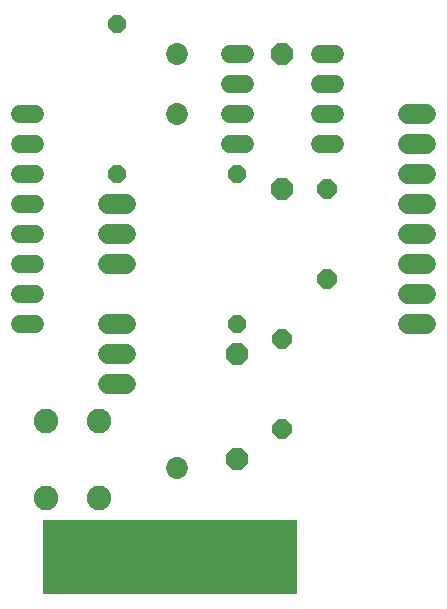
<source format=gbr>
G04 EAGLE Gerber X2 export*
G04 #@! %TF.Part,Single*
G04 #@! %TF.FileFunction,Soldermask,Top,1*
G04 #@! %TF.FilePolarity,Negative*
G04 #@! %TF.GenerationSoftware,Autodesk,EAGLE,9.0.0*
G04 #@! %TF.CreationDate,2019-08-08T19:05:01Z*
G75*
%MOMM*%
%FSLAX34Y34*%
%LPD*%
%AMOC8*
5,1,8,0,0,1.08239X$1,22.5*%
G01*
%ADD10R,21.590000X6.350000*%
%ADD11C,1.524000*%
%ADD12P,1.649562X8X112.500000*%
%ADD13C,1.853200*%
%ADD14C,1.727200*%
%ADD15P,1.759533X8X112.500000*%
%ADD16P,1.649562X8X292.500000*%
%ADD17P,1.759533X8X292.500000*%
%ADD18C,2.082800*%
%ADD19P,2.034460X8X22.500000*%


D10*
X184150Y-19050D03*
D11*
X310896Y330200D02*
X324104Y330200D01*
X324104Y355600D02*
X310896Y355600D01*
X247904Y355600D02*
X234696Y355600D01*
X234696Y330200D02*
X247904Y330200D01*
X310896Y381000D02*
X324104Y381000D01*
X324104Y406400D02*
X310896Y406400D01*
X247904Y381000D02*
X234696Y381000D01*
X234696Y406400D02*
X247904Y406400D01*
D12*
X241300Y177800D03*
X241300Y304800D03*
D13*
X190500Y56400D03*
X190500Y406400D03*
X190500Y356400D03*
D14*
X147320Y228600D02*
X132080Y228600D01*
X132080Y254000D02*
X147320Y254000D01*
X147320Y279400D02*
X132080Y279400D01*
D15*
X317500Y215900D03*
X317500Y292100D03*
D16*
X139700Y431800D03*
X139700Y304800D03*
D11*
X70104Y355600D02*
X56896Y355600D01*
X56896Y330200D02*
X70104Y330200D01*
X70104Y304800D02*
X56896Y304800D01*
X56896Y279400D02*
X70104Y279400D01*
X70104Y254000D02*
X56896Y254000D01*
X56896Y228600D02*
X70104Y228600D01*
X70104Y203200D02*
X56896Y203200D01*
X56896Y177800D02*
X70104Y177800D01*
D14*
X386080Y177800D02*
X401320Y177800D01*
X401320Y203200D02*
X386080Y203200D01*
X386080Y228600D02*
X401320Y228600D01*
X401320Y254000D02*
X386080Y254000D01*
X386080Y279400D02*
X401320Y279400D01*
X401320Y304800D02*
X386080Y304800D01*
X386080Y330200D02*
X401320Y330200D01*
X401320Y355600D02*
X386080Y355600D01*
D17*
X279400Y165100D03*
X279400Y88900D03*
D14*
X147320Y127000D02*
X132080Y127000D01*
X132080Y152400D02*
X147320Y152400D01*
X147320Y177800D02*
X132080Y177800D01*
D18*
X124206Y96012D03*
X124206Y30988D03*
X78994Y96012D03*
X78994Y30988D03*
D19*
X279400Y292100D03*
X279400Y406400D03*
X241300Y152400D03*
X241300Y63500D03*
M02*

</source>
